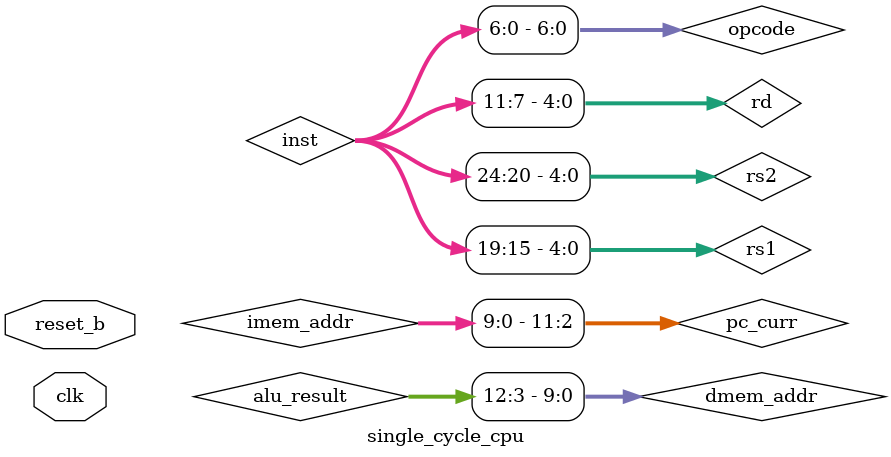
<source format=sv>
/* ********************************************
 *	COSE222 Lab #3
 *
 *	Module: top design of the single-cycle CPU (single_cycle_cpu.sv)
 *  - Top design of the single-cycle CPU
 *
 *  Author: Gunjae Koo (gunjaekoo@korea.ac.kr)
 *
 * ********************************************
 */

`timescale 1ns/1ps
`define FF 1    // Flip-flop delay for just better waveform view

module single_cycle_cpu
#(  parameter IMEM_DEPTH = 1024,    // imem depth (default: 1024 entries = 4 KB)
              IMEM_ADDR_WIDTH = 10,
              REG_WIDTH = 64,
              DMEM_DEPTH = 1024,    // dmem depth (default: 1024 entries = 8 KB)
              DMEM_ADDR_WIDTH = 10 )
(
    input           clk,            // System clock
    input           reset_b         // Asychronous negative reset
);

    // Wires for datapath elements
    logic   [IMEM_ADDR_WIDTH-1:0]   imem_addr;
    logic   [31:0]  inst;   // instructions = an output of ???? --> imem

    logic   [4:0]   rs1, rs2, rd;
    logic   [REG_WIDTH-1:0] rd_din;
    logic           reg_write;
    logic   [REG_WIDTH-1:0] rs1_dout, rs2_dout;

    logic   [REG_WIDTH-1:0] alu_in1, alu_in2;
    logic   [3:0]   alu_control;
    logic   [REG_WIDTH-1:0] alu_result;
    logic           alu_zero;

    logic   [DMEM_ADDR_WIDTH-1:0]    dmem_addr;
    logic   [63:0]  dmem_din, dmem_dout;
    logic           mem_read, mem_write;

    // -------------------------------------------------------------------
    /* Main control unit:
     * Main control unit generates """"control signals!!!""""" for datapath elements
     * The control signals are determined by decoding instructions
     * Generating control signals using opcode = inst[6:0]
     */
    logic   [6:0]   opcode;
    logic           branch, alu_src, mem_to_reg;
    logic   [1:0]   alu_op;
    //logic         mem_read, mem_write, reg_write; // declared above
    // COMPLETE THE MAIN CONTROL UNIT HERE
    always_comb begin
        if(opcode == 7'b0000011) begin //ld instruction
            alu_src = 1; mem_to_reg = 1; reg_write = 1; mem_read = 1;
            mem_write = 0; branch = 0; alu_op = 2'b00;
        end
        else if(opcode == 7'b0100011)begin //sd instruction
            alu_src = 1; mem_to_reg = 0; reg_write = 0; mem_read = 0;
            //mem_to_reg is "X"(don't care)
            mem_write = 1; branch = 0; alu_op = 2'b00;
        end
        else if(opcode == 7'b0110011) begin //R-format
            alu_src = 0; mem_to_reg = 0; reg_write = 1; mem_read = 0;
            mem_write = 0; branch = 0; alu_op = 2'b10;    
        end
        else if(opcode == 7'b1100011) begin //beg instruction
            alu_src = 0; mem_to_reg = 0; reg_write = 0; mem_read = 0;
            //mem_to_reg is "X"(don't care)
            mem_write = 0; branch = 1; alu_op = 2'b01;
        end
    end
    // --------------------------------------------------------------------

    // --------------------------------------------------------------------
    /* ALU control unit:
     * ALU control unit generate alu_control signal which selects ALU operations
     * Generating control signals using alu_op, funct7, and funct3 fileds
     */
    logic   [6:0]   funct7;
    logic   [2:0]   funct3;
    // COMPLETE THE ALU CONTROL UNIT HERE
    always_comb begin
        if(alu_op == 2'b00) alu_control = 4'b0010;
        else if(alu_op[0] == 1) alu_control = 4'b0110;
        else if(alu_op[1] == 1) begin
            if(funct7 == 7'b0000000 && funct3 == 3'b000) alu_control <= 4'b0010;
            else if(funct7 == 7'b0100000 && funct3 == 3'b000) alu_control <= 4'b0110;
            else if(funct7 == 7'b0000000 && funct3 == 3'b111) alu_control <= 4'b0000;
            else if(funct7 == 7'b0000000 && funct3 == 3'b110) alu_control <= 4'b0001;
        end
    end
    // ---------------------------------------------------------------------

    // ---------------------------------------------------------------------
    /* Immediate generator:
     * Generating immediate value from inst[31:0]
     */
    logic   [63:0]  imm64;
    logic   [63:0]  imm64_branch;  // imm64 left shifted by 1
    logic   [11:0]  imm12;  // 12-bit immediate value extracted from inst
    // COMPLETE IMMEDIATE GENERATOR HERE
    //using inst[32], make imm12[12] --> by imm12[12] ~~~~
    always_comb begin
        if(opcode == 7'b0000011) begin //ld instruction
            //imm12 gen
            imm12 = inst[31:20];
            //64bit
            imm64[63:12] = imm12[11];
            imm64[11:0] = imm12;
        end
        else if(opcode == 7'b0100011)begin //sd instruction
            //imm12 gen
            imm12[11:5] = inst[31:25];
            imm12[4:0] = inst[11:7];
            //64bit
            imm64[63:12] = imm12[11];
            imm64[11:0] = imm12;
        end
        else if(opcode == 7'b1100111) begin //beg instruction
            //imm12 gen
            imm12[11] = inst[31];
            imm12[10] = inst[7];
            imm12[9:4] = inst[30:25];
            imm12[3:0] = inst[11:8];
            //64bit
            imm64[63:12] = imm12[11];
            imm64[11:0] = imm12;
            //left shift
            imm64_branch = imm64 << 1;
        end
    end
    // ----------------------------------------------------------------------

    // ----------------------------------------------------------------------
    // Program counter
    logic   [63:0]  pc_curr, pc_next;
    logic   [63:0]  pc_next_plus4, pc_next_branch;
    
    assign pc_next_plus4 = pc_curr + 4;    // FILL THIS "origin: assign pc_next_plus4 = ;"
    always_ff @ (posedge clk or negedge reset_b) begin
        if (~reset_b) begin //when the "reset_b" is 0, again, when reset
            pc_curr <= 'b0;
        end
        else begin //of course, this is by clk
            pc_curr <= pc_next;        // FILL THIS "origin: pc_curr <= ;"
        end
    end
    // ----------------------------------------------------------------------

    // ----------------------------------------------------------------------
    // MUXes: 1.PC_NEXT, 2.ALU inputs, 3.Register File din  
    // !!COMPLETE MUXES HERE!!
    // 1.PC_NEXT
    assign pc_next_branch = pc_curr + imm64_branch;   // FILL THIS "origin: assign pc_next_branch = ;"
    always_comb begin
        if(branch && alu_zero)  pc_next = pc_next_branch;
        else                    pc_next = pc_next_plus4;
    end
    // 2.ALU inputs
    always_comb begin
        if(alu_src)             alu_in2 = imm64;
        else                    alu_in2 = rs2_dout;
    end
    // 3.RF din
    always_comb begin
        if(mem_to_reg)          rd_din <= dmem_dout;
        else                    rd_din <= alu_result;
    end
    // ----------------------------------------------------------------------

    // ----------------------------------------------------------------------
    // COMPLETE CONNECTIONS HERE
    // imem!!
    assign imem_addr = pc_curr >> 2;
    assign opcode = inst[6:0];
    assign rs1 = inst[19:15];
    assign rs2 = inst[24:20];
    assign rd = inst[11:7];
    assign funct3 = inst[14:12];
    assign funct7 = inst[31:25];
    //assign inst = inst;
    //din is dealed with MUX
    
    // regfile!!
    assign alu_in1 = rs1_dout;
    //alu_in2 is dealed with MUX
    assign dmem_din = rs2_dout;

    // dmem
    assign dmem_addr = alu_result >> 3; // the unit is 8, but the array's unit is 1
    // ----------------------------------------------------------------------

    // -----------------------------------------------------------------------
    /* Instantiation of datapath elements
     * All input/output ports should be connected
     */
    // IMEM
    // .module_name         (this_name)
    imem #(
        .IMEM_DEPTH         (IMEM_DEPTH),
        .IMEM_ADDR_WIDTH    (IMEM_ADDR_WIDTH)
    ) u_imem_0 (
        .addr               (imem_addr),
        .dout               (inst)
    );
    // REGFILE
    regfile #(
        .REG_WIDTH          (REG_WIDTH)
    ) u_regfile_0 (
        .clk                (clk),
        .rs1                (rs1),
        .rs2                (rs2),
        .rd                 (rd),
        .rd_din             (rd_din),
        .reg_write          (reg_write),
        .rs1_dout           (rs1_dout),
        .rs2_dout           (rs2_dout)
    );
    // ALU
    alu #(
        .REG_WIDTH          (REG_WIDTH)
    ) u_alu_0 (
        .in1                (alu_in1),
        .in2                (alu_in2),
        .alu_control        (alu_control),
        .result             (alu_result),
        .zero               (alu_zero)
    );
    // DMEM
    dmem #(
        .DMEM_DEPTH         (DMEM_DEPTH),
        .DMEM_ADDR_WIDTH    (DMEM_ADDR_WIDTH)
    ) u_dmem_0 (
        .clk                (clk),
        .addr               (dmem_addr),
        .din                (dmem_din),
        .mem_read           (mem_read),
        .mem_write          (mem_write),
        .dout               (dmem_dout)
    );
    // ----------------------------------------------------------------------
endmodule
</source>
